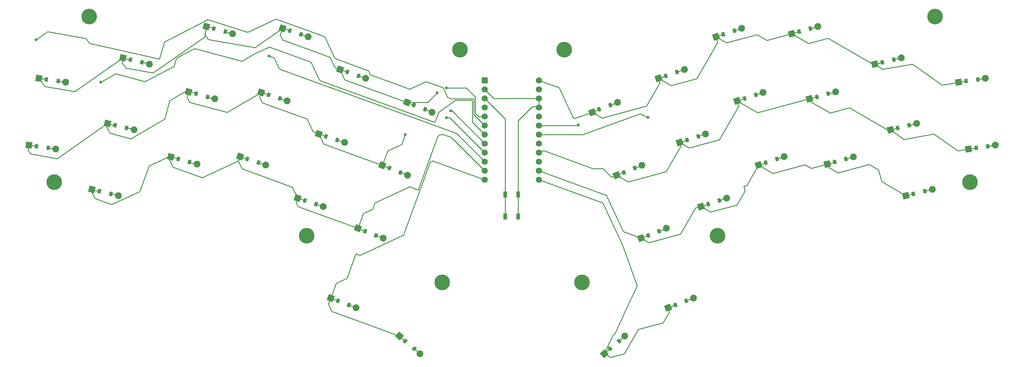
<source format=gbr>
%TF.GenerationSoftware,KiCad,Pcbnew,8.0.2-1*%
%TF.CreationDate,2024-07-02T10:22:07-04:00*%
%TF.ProjectId,thesplit,74686573-706c-4697-942e-6b696361645f,rev?*%
%TF.SameCoordinates,Original*%
%TF.FileFunction,Copper,L1,Top*%
%TF.FilePolarity,Positive*%
%FSLAX46Y46*%
G04 Gerber Fmt 4.6, Leading zero omitted, Abs format (unit mm)*
G04 Created by KiCad (PCBNEW 8.0.2-1) date 2024-07-02 10:22:07*
%MOMM*%
%LPD*%
G01*
G04 APERTURE LIST*
G04 Aperture macros list*
%AMRotRect*
0 Rectangle, with rotation*
0 The origin of the aperture is its center*
0 $1 length*
0 $2 width*
0 $3 Rotation angle, in degrees counterclockwise*
0 Add horizontal line*
21,1,$1,$2,0,0,$3*%
G04 Aperture macros list end*
%TA.AperFunction,ComponentPad*%
%ADD10C,1.905000*%
%TD*%
%TA.AperFunction,ComponentPad*%
%ADD11RotRect,1.778000X1.778000X351.500000*%
%TD*%
%TA.AperFunction,SMDPad,CuDef*%
%ADD12RotRect,0.900000X1.200000X351.500000*%
%TD*%
%TA.AperFunction,ComponentPad*%
%ADD13RotRect,1.778000X1.778000X346.750000*%
%TD*%
%TA.AperFunction,SMDPad,CuDef*%
%ADD14RotRect,0.900000X1.200000X346.750000*%
%TD*%
%TA.AperFunction,ComponentPad*%
%ADD15RotRect,1.778000X1.778000X344.750000*%
%TD*%
%TA.AperFunction,SMDPad,CuDef*%
%ADD16RotRect,0.900000X1.200000X344.750000*%
%TD*%
%TA.AperFunction,ComponentPad*%
%ADD17RotRect,1.778000X1.778000X341.750000*%
%TD*%
%TA.AperFunction,SMDPad,CuDef*%
%ADD18RotRect,0.900000X1.200000X341.750000*%
%TD*%
%TA.AperFunction,ComponentPad*%
%ADD19RotRect,1.778000X1.778000X338.750000*%
%TD*%
%TA.AperFunction,SMDPad,CuDef*%
%ADD20RotRect,0.900000X1.200000X338.750000*%
%TD*%
%TA.AperFunction,ComponentPad*%
%ADD21RotRect,1.778000X1.778000X318.750000*%
%TD*%
%TA.AperFunction,SMDPad,CuDef*%
%ADD22RotRect,0.900000X1.200000X318.750000*%
%TD*%
%TA.AperFunction,ComponentPad*%
%ADD23RotRect,1.778000X1.778000X8.500000*%
%TD*%
%TA.AperFunction,SMDPad,CuDef*%
%ADD24RotRect,0.900000X1.200000X8.500000*%
%TD*%
%TA.AperFunction,ComponentPad*%
%ADD25RotRect,1.778000X1.778000X13.250000*%
%TD*%
%TA.AperFunction,SMDPad,CuDef*%
%ADD26RotRect,0.900000X1.200000X13.250000*%
%TD*%
%TA.AperFunction,ComponentPad*%
%ADD27RotRect,1.778000X1.778000X15.250000*%
%TD*%
%TA.AperFunction,SMDPad,CuDef*%
%ADD28RotRect,0.900000X1.200000X15.250000*%
%TD*%
%TA.AperFunction,ComponentPad*%
%ADD29RotRect,1.778000X1.778000X18.250000*%
%TD*%
%TA.AperFunction,SMDPad,CuDef*%
%ADD30RotRect,0.900000X1.200000X18.250000*%
%TD*%
%TA.AperFunction,ComponentPad*%
%ADD31RotRect,1.778000X1.778000X21.250000*%
%TD*%
%TA.AperFunction,SMDPad,CuDef*%
%ADD32RotRect,0.900000X1.200000X21.250000*%
%TD*%
%TA.AperFunction,ComponentPad*%
%ADD33RotRect,1.778000X1.778000X41.250000*%
%TD*%
%TA.AperFunction,SMDPad,CuDef*%
%ADD34RotRect,0.900000X1.200000X41.250000*%
%TD*%
%TA.AperFunction,SMDPad,CuDef*%
%ADD35R,1.100000X1.800000*%
%TD*%
%TA.AperFunction,ComponentPad*%
%ADD36C,0.700000*%
%TD*%
%TA.AperFunction,ComponentPad*%
%ADD37C,4.400000*%
%TD*%
%TA.AperFunction,ComponentPad*%
%ADD38C,1.752600*%
%TD*%
%TA.AperFunction,ComponentPad*%
%ADD39R,1.752600X1.752600*%
%TD*%
%TA.AperFunction,ViaPad*%
%ADD40C,0.800000*%
%TD*%
%TA.AperFunction,Conductor*%
%ADD41C,0.250000*%
%TD*%
G04 APERTURE END LIST*
D10*
%TO.P,D1,2*%
%TO.N,outer_home*%
X213943144Y-211616778D03*
D11*
%TO.P,D1,1*%
%TO.N,P15*%
X206406842Y-210490480D03*
D12*
%TO.P,D1,2*%
%TO.N,outer_home*%
X211806871Y-211297514D03*
%TO.P,D1,1*%
%TO.N,P15*%
X208543115Y-210809744D03*
%TD*%
D10*
%TO.P,D2,2*%
%TO.N,outer_top*%
X216751497Y-192825470D03*
D11*
%TO.P,D2,1*%
%TO.N,P21*%
X209215195Y-191699172D03*
D12*
%TO.P,D2,2*%
%TO.N,outer_top*%
X214615224Y-192506206D03*
%TO.P,D2,1*%
%TO.N,P21*%
X211351468Y-192018436D03*
%TD*%
D10*
%TO.P,D3,2*%
%TO.N,pinky_bottom*%
X231583801Y-224697417D03*
D13*
%TO.P,D3,1*%
%TO.N,P16*%
X224166657Y-222950923D03*
D14*
%TO.P,D3,2*%
%TO.N,pinky_bottom*%
X229481306Y-224202354D03*
%TO.P,D3,1*%
%TO.N,P16*%
X226269152Y-223445986D03*
%TD*%
D10*
%TO.P,D4,2*%
%TO.N,pinky_home*%
X235938599Y-206203222D03*
D13*
%TO.P,D4,1*%
%TO.N,P15*%
X228521455Y-204456728D03*
D14*
%TO.P,D4,2*%
%TO.N,pinky_home*%
X233836104Y-205708159D03*
%TO.P,D4,1*%
%TO.N,P15*%
X230623950Y-204951791D03*
%TD*%
D10*
%TO.P,D5,2*%
%TO.N,pinky_top*%
X240293406Y-187709013D03*
D13*
%TO.P,D5,1*%
%TO.N,P21*%
X232876262Y-185962519D03*
D14*
%TO.P,D5,2*%
%TO.N,pinky_top*%
X238190911Y-187213950D03*
%TO.P,D5,1*%
%TO.N,P21*%
X234978757Y-186457582D03*
%TD*%
D10*
%TO.P,D6,2*%
%TO.N,ring_bottom*%
X253681900Y-215836750D03*
D15*
%TO.P,D6,1*%
%TO.N,P16*%
X246330220Y-213832446D03*
D16*
%TO.P,D6,2*%
%TO.N,ring_bottom*%
X251597957Y-215268600D03*
%TO.P,D6,1*%
%TO.N,P16*%
X248414163Y-214400596D03*
%TD*%
D10*
%TO.P,D7,2*%
%TO.N,ring_home*%
X258679479Y-197505791D03*
D15*
%TO.P,D7,1*%
%TO.N,P15*%
X251327799Y-195501487D03*
D16*
%TO.P,D7,2*%
%TO.N,ring_home*%
X256595536Y-196937641D03*
%TO.P,D7,1*%
%TO.N,P15*%
X253411742Y-196069637D03*
%TD*%
D10*
%TO.P,D8,2*%
%TO.N,ring_top*%
X263677107Y-179174823D03*
D15*
%TO.P,D8,1*%
%TO.N,P21*%
X256325427Y-177170519D03*
D16*
%TO.P,D8,2*%
%TO.N,ring_top*%
X261593164Y-178606673D03*
%TO.P,D8,1*%
%TO.N,P21*%
X258409370Y-177738669D03*
%TD*%
D10*
%TO.P,D9,2*%
%TO.N,middle_bottom*%
X273019881Y-216125958D03*
D17*
%TO.P,D9,1*%
%TO.N,P16*%
X265783169Y-213739662D03*
D18*
%TO.P,D9,2*%
%TO.N,middle_bottom*%
X270968522Y-215449530D03*
%TO.P,D9,1*%
%TO.N,P16*%
X267834528Y-214416090D03*
%TD*%
D10*
%TO.P,D10,2*%
%TO.N,middle_home*%
X278970003Y-198081658D03*
D17*
%TO.P,D10,1*%
%TO.N,P15*%
X271733291Y-195695362D03*
D18*
%TO.P,D10,2*%
%TO.N,middle_home*%
X276918644Y-197405230D03*
%TO.P,D10,1*%
%TO.N,P15*%
X273784650Y-196371790D03*
%TD*%
D10*
%TO.P,D11,2*%
%TO.N,middle_top*%
X284920094Y-180037389D03*
D17*
%TO.P,D11,1*%
%TO.N,P21*%
X277683382Y-177651093D03*
D18*
%TO.P,D11,2*%
%TO.N,middle_top*%
X282868735Y-179360961D03*
%TO.P,D11,1*%
%TO.N,P21*%
X279734741Y-178327521D03*
%TD*%
D10*
%TO.P,D12,2*%
%TO.N,index_bottom*%
X289185186Y-227774264D03*
D17*
%TO.P,D12,1*%
%TO.N,P16*%
X281948474Y-225387968D03*
D18*
%TO.P,D12,2*%
%TO.N,index_bottom*%
X287133827Y-227097836D03*
%TO.P,D12,1*%
%TO.N,P16*%
X283999833Y-226064396D03*
%TD*%
D10*
%TO.P,D13,2*%
%TO.N,index_home*%
X295135292Y-209729982D03*
D17*
%TO.P,D13,1*%
%TO.N,P15*%
X287898580Y-207343686D03*
D18*
%TO.P,D13,2*%
%TO.N,index_home*%
X293083933Y-209053554D03*
%TO.P,D13,1*%
%TO.N,P15*%
X289949939Y-208020114D03*
%TD*%
D10*
%TO.P,D14,2*%
%TO.N,index_top*%
X301085403Y-191685691D03*
D17*
%TO.P,D14,1*%
%TO.N,P21*%
X293848691Y-189299395D03*
D18*
%TO.P,D14,2*%
%TO.N,index_top*%
X299034044Y-191009263D03*
%TO.P,D14,1*%
%TO.N,P21*%
X295900050Y-189975823D03*
%TD*%
D10*
%TO.P,D15,2*%
%TO.N,inner_bottom*%
X305976178Y-236672759D03*
D19*
%TO.P,D15,1*%
%TO.N,P16*%
X298874286Y-233910979D03*
D20*
%TO.P,D15,2*%
%TO.N,inner_bottom*%
X303963046Y-235889893D03*
%TO.P,D15,1*%
%TO.N,P16*%
X300887418Y-234693845D03*
%TD*%
D10*
%TO.P,D16,2*%
%TO.N,inner_home*%
X312862523Y-218964608D03*
D19*
%TO.P,D16,1*%
%TO.N,P15*%
X305760631Y-216202828D03*
D20*
%TO.P,D16,2*%
%TO.N,inner_home*%
X310849391Y-218181742D03*
%TO.P,D16,1*%
%TO.N,P15*%
X307773763Y-216985694D03*
%TD*%
D10*
%TO.P,D17,2*%
%TO.N,inner_top*%
X319748818Y-201256457D03*
D19*
%TO.P,D17,1*%
%TO.N,P21*%
X312646926Y-198494677D03*
D20*
%TO.P,D17,2*%
%TO.N,inner_top*%
X317735686Y-200473591D03*
%TO.P,D17,1*%
%TO.N,P21*%
X314660058Y-199277543D03*
%TD*%
D10*
%TO.P,D18,2*%
%TO.N,near_thumb*%
X298364995Y-256244922D03*
D19*
%TO.P,D18,1*%
%TO.N,P10*%
X291263103Y-253483142D03*
D20*
%TO.P,D18,2*%
%TO.N,near_thumb*%
X296351863Y-255462056D03*
%TO.P,D18,1*%
%TO.N,P10*%
X293276235Y-254266008D03*
%TD*%
D10*
%TO.P,D19,2*%
%TO.N,home_thumb*%
X316321361Y-269196685D03*
D21*
%TO.P,D19,1*%
%TO.N,P10*%
X310592341Y-264172469D03*
D22*
%TO.P,D19,2*%
%TO.N,home_thumb*%
X314697384Y-267772496D03*
%TO.P,D19,1*%
%TO.N,P10*%
X312216318Y-265596658D03*
%TD*%
D10*
%TO.P,D20,2*%
%TO.N,mirror_outer_home*%
X478068027Y-210490464D03*
D23*
%TO.P,D20,1*%
%TO.N,P6*%
X470531727Y-211616776D03*
D24*
%TO.P,D20,2*%
%TO.N,mirror_outer_home*%
X475931754Y-210809736D03*
%TO.P,D20,1*%
%TO.N,P6*%
X472668000Y-211297504D03*
%TD*%
D10*
%TO.P,D21,2*%
%TO.N,mirror_outer_top*%
X475259652Y-191699172D03*
D23*
%TO.P,D21,1*%
%TO.N,P1*%
X467723352Y-192825484D03*
D24*
%TO.P,D21,2*%
%TO.N,mirror_outer_top*%
X473123379Y-192018444D03*
%TO.P,D21,1*%
%TO.N,P1*%
X469859625Y-192506212D03*
%TD*%
D10*
%TO.P,D22,2*%
%TO.N,mirror_pinky_bottom*%
X460308193Y-222950927D03*
D25*
%TO.P,D22,1*%
%TO.N,P8*%
X452891041Y-224697435D03*
D26*
%TO.P,D22,2*%
%TO.N,mirror_pinky_bottom*%
X458205697Y-223445998D03*
%TO.P,D22,1*%
%TO.N,P8*%
X454993537Y-224202364D03*
%TD*%
D10*
%TO.P,D23,2*%
%TO.N,mirror_pinky_home*%
X455953401Y-204456703D03*
D25*
%TO.P,D23,1*%
%TO.N,P6*%
X448536249Y-206203211D03*
D26*
%TO.P,D23,2*%
%TO.N,mirror_pinky_home*%
X453850905Y-204951774D03*
%TO.P,D23,1*%
%TO.N,P6*%
X450638745Y-205708140D03*
%TD*%
D10*
%TO.P,D24,2*%
%TO.N,mirror_pinky_top*%
X451598589Y-185962514D03*
D25*
%TO.P,D24,1*%
%TO.N,P1*%
X444181437Y-187709022D03*
D26*
%TO.P,D24,2*%
%TO.N,mirror_pinky_top*%
X449496093Y-186457585D03*
%TO.P,D24,1*%
%TO.N,P1*%
X446283933Y-187213951D03*
%TD*%
D10*
%TO.P,D25,2*%
%TO.N,mirror_ring_bottom*%
X438144645Y-213832436D03*
D27*
%TO.P,D25,1*%
%TO.N,P8*%
X430792965Y-215836742D03*
D28*
%TO.P,D25,2*%
%TO.N,mirror_ring_bottom*%
X436060702Y-214400587D03*
%TO.P,D25,1*%
%TO.N,P8*%
X432876908Y-215268591D03*
%TD*%
D10*
%TO.P,D26,2*%
%TO.N,mirror_ring_home*%
X433147040Y-195501474D03*
D27*
%TO.P,D26,1*%
%TO.N,P6*%
X425795360Y-197505780D03*
D28*
%TO.P,D26,2*%
%TO.N,mirror_ring_home*%
X431063097Y-196069625D03*
%TO.P,D26,1*%
%TO.N,P6*%
X427879303Y-196937629D03*
%TD*%
D10*
%TO.P,D27,2*%
%TO.N,mirror_ring_top*%
X428149452Y-177170529D03*
D27*
%TO.P,D27,1*%
%TO.N,P1*%
X420797772Y-179174835D03*
D28*
%TO.P,D27,2*%
%TO.N,mirror_ring_top*%
X426065509Y-177738680D03*
%TO.P,D27,1*%
%TO.N,P1*%
X422881715Y-178606684D03*
%TD*%
D10*
%TO.P,D28,2*%
%TO.N,mirror_middle_bottom*%
X418691700Y-213739654D03*
D29*
%TO.P,D28,1*%
%TO.N,P8*%
X411454996Y-216125942D03*
D30*
%TO.P,D28,2*%
%TO.N,mirror_middle_bottom*%
X416640346Y-214416080D03*
%TO.P,D28,1*%
%TO.N,P8*%
X413506350Y-215449516D03*
%TD*%
D10*
%TO.P,D29,2*%
%TO.N,mirror_middle_home*%
X412741586Y-195695379D03*
D29*
%TO.P,D29,1*%
%TO.N,P6*%
X405504882Y-198081667D03*
D30*
%TO.P,D29,2*%
%TO.N,mirror_middle_home*%
X410690232Y-196371805D03*
%TO.P,D29,1*%
%TO.N,P6*%
X407556236Y-197405241D03*
%TD*%
D10*
%TO.P,D30,2*%
%TO.N,mirror_middle_top*%
X406791466Y-177651102D03*
D29*
%TO.P,D30,1*%
%TO.N,P1*%
X399554762Y-180037390D03*
D30*
%TO.P,D30,2*%
%TO.N,mirror_middle_top*%
X404740112Y-178327528D03*
%TO.P,D30,1*%
%TO.N,P1*%
X401606116Y-179360964D03*
%TD*%
D10*
%TO.P,D31,2*%
%TO.N,mirror_index_bottom*%
X402526384Y-225387957D03*
D29*
%TO.P,D31,1*%
%TO.N,P8*%
X395289680Y-227774245D03*
D30*
%TO.P,D31,2*%
%TO.N,mirror_index_bottom*%
X400475030Y-226064383D03*
%TO.P,D31,1*%
%TO.N,P8*%
X397341034Y-227097819D03*
%TD*%
D10*
%TO.P,D32,2*%
%TO.N,mirror_index_home*%
X396576275Y-207343686D03*
D29*
%TO.P,D32,1*%
%TO.N,P6*%
X389339571Y-209729974D03*
D30*
%TO.P,D32,2*%
%TO.N,mirror_index_home*%
X394524921Y-208020112D03*
%TO.P,D32,1*%
%TO.N,P6*%
X391390925Y-209053548D03*
%TD*%
D10*
%TO.P,D33,2*%
%TO.N,mirror_index_top*%
X390626174Y-189299399D03*
D29*
%TO.P,D33,1*%
%TO.N,P1*%
X383389470Y-191685687D03*
D30*
%TO.P,D33,2*%
%TO.N,mirror_index_top*%
X388574820Y-189975825D03*
%TO.P,D33,1*%
%TO.N,P1*%
X385440824Y-191009261D03*
%TD*%
D10*
%TO.P,D34,2*%
%TO.N,mirror_inner_bottom*%
X385600568Y-233910960D03*
D31*
%TO.P,D34,1*%
%TO.N,P8*%
X378498670Y-236672742D03*
D32*
%TO.P,D34,2*%
%TO.N,mirror_inner_bottom*%
X383587434Y-234693827D03*
%TO.P,D34,1*%
%TO.N,P8*%
X380511804Y-235889875D03*
%TD*%
D10*
%TO.P,D35,2*%
%TO.N,mirror_inner_home*%
X378714246Y-216202834D03*
D31*
%TO.P,D35,1*%
%TO.N,P6*%
X371612348Y-218964616D03*
D32*
%TO.P,D35,2*%
%TO.N,mirror_inner_home*%
X376701112Y-216985701D03*
%TO.P,D35,1*%
%TO.N,P6*%
X373625482Y-218181749D03*
%TD*%
D10*
%TO.P,D36,2*%
%TO.N,mirror_inner_top*%
X371827924Y-198494669D03*
D31*
%TO.P,D36,1*%
%TO.N,P1*%
X364726026Y-201256451D03*
D32*
%TO.P,D36,2*%
%TO.N,mirror_inner_top*%
X369814790Y-199277536D03*
%TO.P,D36,1*%
%TO.N,P1*%
X366739160Y-200473584D03*
%TD*%
D10*
%TO.P,D37,2*%
%TO.N,mirror_near_thumb*%
X393211777Y-253483133D03*
D31*
%TO.P,D37,1*%
%TO.N,P9*%
X386109879Y-256244915D03*
D32*
%TO.P,D37,2*%
%TO.N,mirror_near_thumb*%
X391198643Y-254266000D03*
%TO.P,D37,1*%
%TO.N,P9*%
X388123013Y-255462048D03*
%TD*%
D10*
%TO.P,D38,2*%
%TO.N,mirror_home_thumb*%
X373882504Y-264172459D03*
D33*
%TO.P,D38,1*%
%TO.N,P9*%
X368153482Y-269196677D03*
D34*
%TO.P,D38,2*%
%TO.N,mirror_home_thumb*%
X372258526Y-265596651D03*
%TO.P,D38,1*%
%TO.N,P9*%
X369777460Y-267772485D03*
%TD*%
D35*
%TO.P,B1,2*%
%TO.N,RST*%
X340253219Y-230563125D03*
X340253215Y-224363118D03*
%TO.P,B1,1*%
%TO.N,GND*%
X343953219Y-230563120D03*
X343953215Y-224363113D03*
%TD*%
D36*
%TO.P,_1,1*%
%TO.N,N/C*%
X223589102Y-172715252D03*
X224977095Y-174591015D03*
X222018853Y-175328588D03*
X222363759Y-173020766D03*
X221713339Y-174103245D03*
X224671581Y-173365672D03*
X223101332Y-175979008D03*
D37*
X223345217Y-174347130D03*
D36*
X224326675Y-175673494D03*
%TD*%
%TO.P,_2,1*%
%TO.N,N/C*%
X460885763Y-172715233D03*
X462761524Y-174103226D03*
X460148193Y-175673475D03*
X459803282Y-173365656D03*
X459497770Y-174590994D03*
X462111101Y-173020745D03*
X461373531Y-175978987D03*
D37*
X461129647Y-174347110D03*
D36*
X462456012Y-175328564D03*
%TD*%
%TO.P,_3,1*%
%TO.N,N/C*%
X213749449Y-219272223D03*
X215137442Y-221147986D03*
X212179200Y-221885559D03*
X212524106Y-219577737D03*
X211873686Y-220660216D03*
X214831928Y-219922643D03*
X213261679Y-222535979D03*
D37*
X213505564Y-220904101D03*
D36*
X214487022Y-222230465D03*
%TD*%
%TO.P,_4,1*%
%TO.N,N/C*%
X470725399Y-219272228D03*
X472601160Y-220660221D03*
X469987829Y-222230470D03*
X469642918Y-219922651D03*
X469337406Y-221147989D03*
X471950737Y-219577740D03*
X471213167Y-222535982D03*
D37*
X470969283Y-220904105D03*
D36*
X472295648Y-221885559D03*
%TD*%
%TO.P,_5,1*%
%TO.N,N/C*%
X284991203Y-234393842D03*
X286041480Y-236477559D03*
X283001068Y-236703501D03*
X283731821Y-234487424D03*
X282907486Y-235444119D03*
X285947898Y-235218177D03*
X283957763Y-237527836D03*
D37*
X284474483Y-235960839D03*
D36*
X285217145Y-237434254D03*
%TD*%
%TO.P,_6,1*%
%TO.N,N/C*%
X399483663Y-234393854D03*
X401567379Y-235444134D03*
X399257721Y-237434270D03*
X398526963Y-235218192D03*
X398433383Y-236477570D03*
X400743041Y-234487434D03*
X400517099Y-237527850D03*
D37*
X400000381Y-235960852D03*
D36*
X401473799Y-236703512D03*
%TD*%
%TO.P,_7,1*%
%TO.N,N/C*%
X328199875Y-182118198D03*
X329139665Y-184254036D03*
X326091590Y-184320541D03*
X326937322Y-182145751D03*
X326064037Y-183057988D03*
X329112112Y-182991483D03*
X327003827Y-185193826D03*
D37*
X327601851Y-183656012D03*
D36*
X328266380Y-185166273D03*
%TD*%
%TO.P,_8,1*%
%TO.N,N/C*%
X356274980Y-182118174D03*
X358410819Y-183057965D03*
X356208468Y-185166246D03*
X355362747Y-182991453D03*
X355335189Y-184254013D03*
X357537540Y-182145732D03*
X357471028Y-185193804D03*
D37*
X356873004Y-183655989D03*
D36*
X358383261Y-184320525D03*
%TD*%
%TO.P,_9,1*%
%TO.N,N/C*%
X323665949Y-247839223D03*
X323818563Y-250167675D03*
X320931567Y-249187670D03*
X322470116Y-247433293D03*
X321337497Y-247991837D03*
X324224493Y-248971842D03*
X321490111Y-250320289D03*
D37*
X322578030Y-249079756D03*
D36*
X322685944Y-250726219D03*
%TD*%
%TO.P,_10,1*%
%TO.N,N/C*%
X360808925Y-247839228D03*
X363137375Y-247991844D03*
X361788926Y-250726229D03*
X360250374Y-248971845D03*
X360656309Y-250167678D03*
X362004758Y-247433293D03*
X362984759Y-250320294D03*
D37*
X361896842Y-249079761D03*
D36*
X363543310Y-249187677D03*
%TD*%
D38*
%TO.P,MCU1,24*%
%TO.N,P9*%
X349792835Y-220263233D03*
%TO.P,MCU1,23*%
%TO.N,P8*%
X349792827Y-217723234D03*
%TO.P,MCU1,22*%
%TO.N,P7*%
X349792828Y-215183233D03*
%TO.P,MCU1,21*%
%TO.N,P6*%
X349792828Y-212643233D03*
%TO.P,MCU1,20*%
%TO.N,P5*%
X349792835Y-210103237D03*
%TO.P,MCU1,19*%
%TO.N,P4*%
X349792837Y-207563228D03*
%TO.P,MCU1,18*%
%TO.N,P3*%
X349792830Y-205023233D03*
%TO.P,MCU1,17*%
%TO.N,P2*%
X349792830Y-202483236D03*
%TO.P,MCU1,16*%
%TO.N,GND*%
X349792830Y-199943232D03*
%TO.P,MCU1,15*%
X349792832Y-197403234D03*
%TO.P,MCU1,14*%
%TO.N,P0*%
X349792827Y-194863237D03*
%TO.P,MCU1,13*%
%TO.N,P1*%
X349792831Y-192323235D03*
%TO.P,MCU1,12*%
%TO.N,P10*%
X334552829Y-220263233D03*
%TO.P,MCU1,11*%
%TO.N,P16*%
X334552833Y-217723231D03*
%TO.P,MCU1,10*%
%TO.N,P14*%
X334552828Y-215183234D03*
%TO.P,MCU1,9*%
%TO.N,P15*%
X334552830Y-212643236D03*
%TO.P,MCU1,8*%
%TO.N,P18*%
X334552830Y-210103232D03*
%TO.P,MCU1,7*%
%TO.N,P19*%
X334552830Y-207563235D03*
%TO.P,MCU1,6*%
%TO.N,P20*%
X334552823Y-205023240D03*
%TO.P,MCU1,5*%
%TO.N,P21*%
X334552825Y-202483231D03*
%TO.P,MCU1,4*%
%TO.N,VCC*%
X334552832Y-199943235D03*
%TO.P,MCU1,3*%
%TO.N,RST*%
X334552832Y-197403235D03*
%TO.P,MCU1,2*%
%TO.N,GND*%
X334552833Y-194863234D03*
D39*
%TO.P,MCU1,1*%
%TO.N,RAW*%
X334552825Y-192323235D03*
%TD*%
D40*
%TO.N,P21*%
X321194321Y-195823112D03*
X323794324Y-194423113D03*
%TO.N,P15*%
X312209182Y-207591671D03*
X323777709Y-202773551D03*
%TO.N,P3*%
X360867199Y-204851086D03*
%TO.N,P4*%
X380430537Y-202696637D03*
%TO.N,P18*%
X324955895Y-200895069D03*
%TO.N,P14*%
X273884964Y-185431352D03*
%TO.N,P19*%
X226611772Y-192847469D03*
%TO.N,P20*%
X208478225Y-180852626D03*
%TD*%
D41*
%TO.N,GND*%
X349792829Y-197403233D02*
X349792832Y-199943231D01*
X349792832Y-199943231D02*
X349792828Y-199943233D01*
X334552835Y-194863236D02*
X337092830Y-197403233D01*
X337092830Y-197403233D02*
X349792829Y-197403233D01*
%TO.N,P16*%
X325141650Y-208312050D02*
X325141650Y-208312050D01*
X325141650Y-208312050D02*
X334552833Y-217723233D01*
X322941777Y-207511360D02*
X321877607Y-207511359D01*
X321877607Y-207511359D02*
X321326345Y-208062619D01*
%TO.N,P14*%
X326619774Y-207179286D02*
X326619774Y-207250180D01*
X326619774Y-207250180D02*
X334552825Y-215183233D01*
%TO.N,P15*%
X324683150Y-202773556D02*
X324683152Y-202773558D01*
X324683152Y-202773558D02*
X334552830Y-212643236D01*
%TO.N,GND*%
X347678620Y-199943238D02*
X348348806Y-199556308D01*
X348348806Y-199556308D02*
X349792830Y-199943231D01*
%TO.N,P19*%
X239035252Y-192656396D02*
X231548648Y-190650368D01*
X288096345Y-192337761D02*
X285668452Y-187131144D01*
X334552837Y-207563231D02*
X331043666Y-204054065D01*
X331043666Y-204054065D02*
X331043666Y-198132014D01*
X247160811Y-188426503D02*
X239035252Y-192656396D01*
X331043661Y-198032012D02*
X330943659Y-197932027D01*
X330943659Y-197932027D02*
X326343667Y-197932019D01*
X331043666Y-198132014D02*
X331043661Y-198032012D01*
X326343667Y-197932019D02*
X321662794Y-201209588D01*
X321662794Y-201209588D02*
X320458647Y-204116684D01*
X320458647Y-204116684D02*
X288096345Y-192337761D01*
X285668452Y-187131144D02*
X274016264Y-182890092D01*
X274016264Y-182890092D02*
X269914786Y-184802646D01*
X254514655Y-183759610D02*
X253037171Y-183293761D01*
X269914786Y-184802646D02*
X266267053Y-186908660D01*
X266267053Y-186908660D02*
X254514655Y-183759610D01*
X253037171Y-183293761D02*
X249122433Y-185331642D01*
X249122433Y-185331642D02*
X247857309Y-186217495D01*
X247857309Y-186217495D02*
X247160811Y-188426503D01*
%TO.N,P21*%
X331943664Y-197032019D02*
X329334752Y-194423115D01*
X318522750Y-198494678D02*
X312646929Y-198494675D01*
X329334752Y-194423115D02*
X323794324Y-194423113D01*
X321194321Y-195823112D02*
X318522750Y-198494678D01*
%TO.N,P6*%
X364944948Y-217078239D02*
X367717368Y-217078241D01*
X367717368Y-217078241D02*
X370139730Y-219500604D01*
%TO.N,P1*%
X349792825Y-192323235D02*
X355421358Y-194371849D01*
X355421358Y-194371849D02*
X359331723Y-202757652D01*
%TO.N,P6*%
X349792826Y-212643234D02*
X351093490Y-212036723D01*
X351093490Y-212036723D02*
X364944948Y-217078239D01*
%TO.N,P9*%
X349792833Y-220263231D02*
X367724718Y-226789904D01*
X367724718Y-226789904D02*
X373217044Y-238568235D01*
%TO.N,P8*%
X368541141Y-224547063D02*
X368625979Y-224507498D01*
X368625979Y-224507498D02*
X373440193Y-234831608D01*
X349792827Y-217723233D02*
X368541141Y-224547063D01*
X373440193Y-234831608D02*
X378498665Y-236672741D01*
%TO.N,P10*%
X299437903Y-241466541D02*
X298324553Y-241061313D01*
X311761820Y-235719801D02*
X299437903Y-241466541D01*
X311961832Y-235170264D02*
X311761820Y-235719801D01*
X320020774Y-214973998D02*
X319981689Y-214890179D01*
X334552825Y-220263229D02*
X320020774Y-214973998D01*
X319981689Y-214890179D02*
X319195053Y-215256992D01*
X319195053Y-215256992D02*
X311953622Y-235152656D01*
X311953622Y-235152656D02*
X311961832Y-235170264D01*
X298324553Y-241061313D02*
X295809628Y-247970992D01*
X295809628Y-247970992D02*
X292750089Y-249397682D01*
X292750089Y-249397682D02*
X291263105Y-253483142D01*
%TO.N,P15*%
X312209182Y-207591671D02*
X311239469Y-210255950D01*
X311239469Y-210255950D02*
X307247614Y-212117379D01*
X307247614Y-212117379D02*
X305760636Y-216202834D01*
X324683150Y-202773556D02*
X323777709Y-202773551D01*
%TO.N,P18*%
X334552826Y-210103230D02*
X325344663Y-200895069D01*
X325344663Y-200895069D02*
X324955895Y-200895069D01*
%TO.N,P16*%
X321326345Y-208062619D02*
X315854018Y-223097707D01*
X303634628Y-226795097D02*
X303011505Y-228507143D01*
X325141650Y-208312050D02*
X322941777Y-207511360D01*
X315854018Y-223097707D02*
X313444471Y-222220704D01*
X313444471Y-222220704D02*
X303634628Y-226795097D01*
X303011505Y-228507143D02*
X300397455Y-229726093D01*
X300397455Y-229726093D02*
X298874286Y-233910974D01*
%TO.N,P3*%
X360695072Y-205023232D02*
X360867199Y-204851086D01*
X349792838Y-205023234D02*
X360695072Y-205023232D01*
%TO.N,P4*%
X378232576Y-201671716D02*
X380430537Y-202696637D01*
X362045775Y-207563229D02*
X378232576Y-201671716D01*
X349792839Y-207563221D02*
X362045775Y-207563229D01*
%TO.N,P20*%
X326343661Y-197482018D02*
X325346807Y-197482016D01*
X322850116Y-194382064D02*
X324047354Y-196949575D01*
X325346807Y-197482016D02*
X324080765Y-197021210D01*
X324080765Y-197021210D02*
X324047354Y-196949575D01*
X301829931Y-189591293D02*
X302347618Y-190701473D01*
X302347618Y-190701473D02*
X313432786Y-194736150D01*
X317987535Y-192612235D02*
X322850116Y-194382064D01*
X313432786Y-194736150D02*
X317987535Y-192612235D01*
%TO.N,P14*%
X276822891Y-189054699D02*
X326619774Y-207179286D01*
X273884964Y-185431352D02*
X275388469Y-185978591D01*
X275388469Y-185978591D02*
X276822891Y-189054699D01*
%TO.N,P19*%
X230775915Y-190443318D02*
X226611772Y-192847469D01*
X231548648Y-190650368D02*
X230775915Y-190443318D01*
%TO.N,P20*%
X211705043Y-178593186D02*
X208478225Y-180852626D01*
X222540518Y-180503766D02*
X211705043Y-178593186D01*
X223431941Y-181903037D02*
X222540518Y-180503766D01*
X229927915Y-183343143D02*
X223431941Y-181903037D01*
X243072474Y-186257229D02*
X229927915Y-183343143D01*
X244570141Y-181507239D02*
X243072474Y-186257229D01*
X256691168Y-175197437D02*
X244570141Y-181507239D01*
X267898050Y-178730955D02*
X256691168Y-175197437D01*
X275844663Y-175025384D02*
X267898050Y-178730955D01*
X285241590Y-178445578D02*
X275844663Y-175025384D01*
X292433000Y-186171093D02*
X291715792Y-184633038D01*
X301829931Y-189591293D02*
X292433000Y-186171093D01*
X289564176Y-180018880D02*
X285241590Y-178445578D01*
X291715792Y-184633038D02*
X289564176Y-180018880D01*
%TO.N,P21*%
X334552833Y-202483228D02*
X332794868Y-202483226D01*
X332794868Y-202483226D02*
X331943661Y-201632017D01*
X331943661Y-201632017D02*
X331943664Y-197032019D01*
%TO.N,GND*%
X347678620Y-199943238D02*
X343953216Y-203668635D01*
X343953216Y-203668635D02*
X343953218Y-224363117D01*
%TO.N,RST*%
X334552834Y-197403241D02*
X340266775Y-203117171D01*
X340253214Y-221568635D02*
X340253209Y-224363122D01*
X340266775Y-203117171D02*
X340266773Y-221555079D01*
X340266773Y-221555079D02*
X340253214Y-221568635D01*
%TO.N,P9*%
X377389694Y-250032483D02*
X373217044Y-238568235D01*
X368153489Y-269196677D02*
X370627773Y-263890531D01*
X374520865Y-256184702D02*
X377389694Y-250032483D01*
X370627773Y-263890531D02*
X370988865Y-263759109D01*
X370988865Y-263759109D02*
X374520865Y-256184702D01*
%TO.N,P6*%
X371612352Y-218964620D02*
X370139730Y-219500604D01*
%TO.N,P1*%
X359888363Y-203017219D02*
X359331723Y-202757652D01*
X364726030Y-201256452D02*
X359888363Y-203017219D01*
%TO.N,GND*%
X343953233Y-230563117D02*
X343953220Y-224363114D01*
X343953220Y-224363114D02*
X343953216Y-224363112D01*
%TO.N,RST*%
X340253230Y-230563122D02*
X340253223Y-224363127D01*
X340253223Y-224363127D02*
X340253217Y-224363126D01*
%TO.N,P9*%
X386109862Y-256244923D02*
X386420991Y-257406050D01*
X373759898Y-269153395D02*
X369879439Y-270193153D01*
X386420991Y-257406050D02*
X384674356Y-260431326D01*
X384674356Y-260431326D02*
X377719690Y-262294817D01*
X377719690Y-262294817D02*
X373759898Y-269153395D01*
X369879439Y-270193153D02*
X368153497Y-269196676D01*
%TO.N,P8*%
X393832056Y-228164845D02*
X389591644Y-235509442D01*
X395289697Y-227774279D02*
X393832056Y-228164845D01*
X380638791Y-237908350D02*
X378498671Y-236672747D01*
X389591644Y-235509442D02*
X380638791Y-237908350D01*
X411454987Y-216125959D02*
X408156781Y-221838604D01*
X407315642Y-222063993D02*
X407677979Y-223416286D01*
X408156781Y-221838604D02*
X407315642Y-222063993D01*
X407677979Y-223416286D02*
X405415244Y-227335477D01*
X405415244Y-227335477D02*
X397980263Y-229327664D01*
X397980263Y-229327664D02*
X395289697Y-227774279D01*
X426322866Y-217034493D02*
X424533159Y-216001198D01*
X430792957Y-215836731D02*
X426322866Y-217034493D01*
X424533159Y-216001198D02*
X415453014Y-218434205D01*
X415453014Y-218434205D02*
X411454987Y-216125959D01*
X452891063Y-224697438D02*
X446104866Y-220779432D01*
X446104866Y-220779432D02*
X445225260Y-217496634D01*
X442530823Y-215940992D02*
X433837481Y-218270379D01*
X445225260Y-217496634D02*
X442530823Y-215940992D01*
X433837481Y-218270379D02*
X431007206Y-216636307D01*
X431007206Y-216636307D02*
X430792957Y-215836731D01*
%TO.N,P6*%
X389633997Y-210828770D02*
X385512466Y-217967494D01*
X389339568Y-209729991D02*
X389633997Y-210828770D01*
X374838922Y-220827457D02*
X371612359Y-218964597D01*
X385512466Y-217967494D02*
X374838922Y-220827457D01*
X405912725Y-199603777D02*
X400497677Y-208982874D01*
X405504881Y-198081679D02*
X405912725Y-199603777D01*
X400497677Y-208982874D02*
X391992737Y-211261773D01*
X391992737Y-211261773D02*
X389339568Y-209729991D01*
X425795357Y-197505778D02*
X411255409Y-201401749D01*
X411255409Y-201401749D02*
X405504881Y-198081679D01*
X448536253Y-206203210D02*
X447982994Y-206351460D01*
X447982994Y-206351460D02*
X437023542Y-200024033D01*
X431614376Y-201473427D02*
X425988098Y-198225096D01*
X425988098Y-198225096D02*
X425795357Y-197505778D01*
X437023542Y-200024033D02*
X431614376Y-201473427D01*
X467546090Y-212143235D02*
X460785011Y-207409078D01*
X470531733Y-211616781D02*
X467546090Y-212143235D01*
X460785011Y-207409078D02*
X452375960Y-208891815D01*
X452375960Y-208891815D02*
X448536253Y-206203210D01*
%TO.N,P1*%
X383759052Y-193064994D02*
X380031029Y-199522086D01*
X380031029Y-199522086D02*
X367525749Y-202872873D01*
X383389459Y-191685695D02*
X383759052Y-193064994D01*
X367525749Y-202872873D02*
X364726022Y-201256460D01*
X399554768Y-180037400D02*
X399986017Y-181646790D01*
X399986017Y-181646790D02*
X394115976Y-191813996D01*
X394115976Y-191813996D02*
X386941429Y-193736436D01*
X386941429Y-193736436D02*
X383389459Y-191685695D01*
X413894639Y-181024496D02*
X411081091Y-179400125D01*
X420797774Y-179174821D02*
X413894639Y-181024496D01*
X411081091Y-179400125D02*
X402454553Y-181711581D01*
X402454553Y-181711581D02*
X399554768Y-180037400D01*
X443766892Y-187820104D02*
X431038360Y-180471294D01*
X444181439Y-187709015D02*
X443766892Y-187820104D01*
X431038360Y-180471294D02*
X425577646Y-181934477D01*
X425577646Y-181934477D02*
X420797774Y-179174821D01*
X463172647Y-193627900D02*
X454732255Y-187717852D01*
X454732255Y-187717852D02*
X446313968Y-189202228D01*
X467723349Y-192825485D02*
X463172647Y-193627900D01*
X446313968Y-189202228D02*
X444181442Y-187709019D01*
%TO.N,P10*%
X291263095Y-253483143D02*
X290616729Y-255259012D01*
X290616729Y-255259012D02*
X291539454Y-257237779D01*
X291539454Y-257237779D02*
X310592344Y-264172455D01*
%TO.N,P16*%
X281948481Y-225387964D02*
X281489182Y-226649850D01*
X282013445Y-227774125D02*
X298874299Y-233910966D01*
X281489182Y-226649850D02*
X282013445Y-227774125D01*
X265783166Y-213739663D02*
X265309311Y-215041578D01*
X265309311Y-215041578D02*
X266290631Y-217146005D01*
X266290631Y-217146005D02*
X280520268Y-222325170D01*
X280520268Y-222325170D02*
X281948481Y-225387964D01*
X246330221Y-213832426D02*
X245989247Y-214769256D01*
X246879759Y-216678929D02*
X255149054Y-219688718D01*
X245989247Y-214769256D02*
X246879759Y-216678929D01*
X265349051Y-214932367D02*
X265783166Y-213739663D01*
X255149054Y-219688718D02*
X265349051Y-214932367D01*
X224166655Y-222950934D02*
X223982061Y-223458107D01*
X224937249Y-225506523D02*
X229635709Y-227216614D01*
X223982061Y-223458107D02*
X224937249Y-225506523D01*
X229635709Y-227216614D02*
X237582331Y-223511049D01*
X237582331Y-223511049D02*
X240181679Y-216369382D01*
X240181679Y-216369382D02*
X245932564Y-213687706D01*
X245932564Y-213687706D02*
X246330221Y-213832426D01*
%TO.N,P15*%
X287898571Y-207343672D02*
X289222844Y-210183567D01*
X289222844Y-210183567D02*
X305760615Y-216202831D01*
X271733283Y-195695361D02*
X271255687Y-197007543D01*
X271255687Y-197007543D02*
X271986100Y-198573936D01*
X271986100Y-198573936D02*
X284577990Y-203157020D01*
X284577990Y-203157020D02*
X286250569Y-206743848D01*
X286250569Y-206743848D02*
X287898571Y-207343672D01*
X250890798Y-197132443D02*
X251652207Y-198451250D01*
X251652207Y-198451250D02*
X262107592Y-201252770D01*
X251327819Y-195501465D02*
X250890798Y-197132443D01*
X262107592Y-201252770D02*
X271733290Y-195695363D01*
X228521455Y-204456716D02*
X228256369Y-205446035D01*
X250595746Y-195305325D02*
X251327819Y-195501465D01*
X228256369Y-205446035D02*
X229238040Y-207146315D01*
X229238040Y-207146315D02*
X235033597Y-208699226D01*
X245984218Y-197967793D02*
X250595746Y-195305325D01*
X235033597Y-208699226D02*
X244586594Y-203183796D01*
X244586594Y-203183796D02*
X245984218Y-197967793D01*
X206918845Y-212979440D02*
X214403398Y-214299166D01*
X206406835Y-210490483D02*
X206159247Y-211894618D01*
X228472249Y-204448040D02*
X228521441Y-204456713D01*
X206159247Y-211894618D02*
X206918845Y-212979440D01*
X214403398Y-214299166D02*
X228472249Y-204448040D01*
%TO.N,P21*%
X293848685Y-189299386D02*
X295170356Y-192133720D01*
X295170356Y-192133720D02*
X312646942Y-198494677D01*
X277671930Y-180913000D02*
X291015587Y-185769679D01*
X277683382Y-177651085D02*
X277011590Y-179496869D01*
X277011590Y-179496869D02*
X277671930Y-180913000D01*
X291015587Y-185769679D02*
X292418839Y-188778971D01*
X292418839Y-188778971D02*
X293848685Y-189299386D01*
X255918743Y-179476922D02*
X256824444Y-180770436D01*
X256325425Y-177170519D02*
X255918743Y-179476922D01*
X256824444Y-180770436D02*
X269928602Y-183081050D01*
X269928602Y-183081050D02*
X277683385Y-177651096D01*
X232876259Y-185962512D02*
X232625272Y-187386045D01*
X233665787Y-188872061D02*
X241347301Y-190226507D01*
X232625272Y-187386045D02*
X233665787Y-188872061D01*
X241347301Y-190226507D02*
X255808786Y-180100460D01*
X255808786Y-180100460D02*
X256325425Y-177170519D01*
X209215218Y-191699159D02*
X210813250Y-193981366D01*
X210813250Y-193981366D02*
X219289620Y-195475991D01*
X219289620Y-195475991D02*
X232876259Y-185962512D01*
%TO.N,P6*%
X472668006Y-211297515D02*
X470597244Y-211662642D01*
X470597244Y-211662642D02*
X470531731Y-211616769D01*
%TO.N,mirror_outer_home*%
X475931761Y-210809749D02*
X478002535Y-210444603D01*
X478002535Y-210444603D02*
X478068035Y-210490466D01*
%TO.N,mirror_outer_top*%
X473123390Y-192018437D02*
X475194157Y-191653302D01*
X475194157Y-191653302D02*
X475259671Y-191699169D01*
%TO.N,P1*%
X469859610Y-192506213D02*
X467788858Y-192871333D01*
X467788858Y-192871333D02*
X467723345Y-192825470D01*
%TO.N,mirror_pinky_top*%
X449496107Y-186457585D02*
X451517792Y-185915869D01*
X451517792Y-185915869D02*
X451598599Y-185962517D01*
%TO.N,P1*%
X446283936Y-187213952D02*
X444262236Y-187755669D01*
X444262236Y-187755669D02*
X444181440Y-187709013D01*
%TO.N,mirror_pinky_home*%
X453850899Y-204951803D02*
X455872613Y-204410082D01*
X455872613Y-204410082D02*
X455953403Y-204456732D01*
%TO.N,P6*%
X450638737Y-205708158D02*
X448617034Y-206249872D01*
X448617034Y-206249872D02*
X448536256Y-206203239D01*
%TO.N,mirror_pinky_bottom*%
X458205728Y-223446010D02*
X460227421Y-222904291D01*
X460227421Y-222904291D02*
X460308225Y-222950935D01*
%TO.N,P8*%
X454993560Y-224202354D02*
X452971849Y-224744075D01*
X452971849Y-224744075D02*
X452891066Y-224697423D01*
%TO.N,mirror_ring_bottom*%
X436060700Y-214400594D02*
X438137981Y-213843974D01*
X438137981Y-213843974D02*
X438144634Y-213832431D01*
%TO.N,P8*%
X432876899Y-215268596D02*
X430799631Y-215825179D01*
X430799631Y-215825179D02*
X430792949Y-215836734D01*
%TO.N,mirror_ring_home*%
X431063088Y-196069642D02*
X433140370Y-195513020D01*
X433140370Y-195513020D02*
X433147042Y-195501491D01*
%TO.N,P6*%
X427879294Y-196937622D02*
X425802018Y-197494247D01*
X425802018Y-197494247D02*
X425795365Y-197505787D01*
%TO.N,mirror_ring_top*%
X426065507Y-177738673D02*
X428142797Y-177182045D01*
X428142797Y-177182045D02*
X428149448Y-177170522D01*
%TO.N,P1*%
X422881714Y-178606683D02*
X420804452Y-179163269D01*
X420804452Y-179163269D02*
X420797775Y-179174820D01*
%TO.N,mirror_middle_top*%
X404740128Y-178327522D02*
X406706933Y-177611659D01*
X406706933Y-177611659D02*
X406791479Y-177651085D01*
%TO.N,P1*%
X401606120Y-179360953D02*
X399639315Y-180076825D01*
X399639315Y-180076825D02*
X399554756Y-180037380D01*
%TO.N,mirror_middle_home*%
X410690221Y-196371821D02*
X412657046Y-195655943D01*
X412657046Y-195655943D02*
X412741586Y-195695364D01*
%TO.N,P6*%
X407556234Y-197405233D02*
X405589415Y-198121111D01*
X405589415Y-198121111D02*
X405504887Y-198081685D01*
%TO.N,mirror_middle_bottom*%
X416640338Y-214416082D02*
X418607149Y-213700223D01*
X418607149Y-213700223D02*
X418691689Y-213739656D01*
%TO.N,P8*%
X413506342Y-215449525D02*
X411539538Y-216165383D01*
X411539538Y-216165383D02*
X411454998Y-216125964D01*
%TO.N,mirror_index_bottom*%
X400475039Y-226064383D02*
X402441865Y-225348540D01*
X402441865Y-225348540D02*
X402526401Y-225387964D01*
%TO.N,P8*%
X397341035Y-227097831D02*
X395374226Y-227813703D01*
X395374226Y-227813703D02*
X395289684Y-227774267D01*
%TO.N,mirror_index_home*%
X394524923Y-208020102D02*
X396491742Y-207304252D01*
X396491742Y-207304252D02*
X396576287Y-207343672D01*
%TO.N,P6*%
X391390925Y-209053552D02*
X389424133Y-209769399D01*
X389424133Y-209769399D02*
X389339581Y-209729995D01*
%TO.N,mirror_index_top*%
X388574825Y-189975822D02*
X390541626Y-189259978D01*
X390541626Y-189259978D02*
X390626170Y-189299409D01*
%TO.N,P1*%
X385440818Y-191009268D02*
X383474012Y-191725124D01*
X383474012Y-191725124D02*
X383389491Y-191685703D01*
%TO.N,mirror_near_thumb*%
X391198632Y-254266006D02*
X393183606Y-253543539D01*
X393183606Y-253543539D02*
X393211777Y-253483129D01*
%TO.N,P9*%
X388123015Y-255462053D02*
X386138039Y-256184531D01*
X386138039Y-256184531D02*
X386109867Y-256244923D01*
%TO.N,mirror_inner_bottom*%
X383587435Y-234693842D02*
X385572417Y-233971371D01*
X385572417Y-233971371D02*
X385600571Y-233910984D01*
%TO.N,P8*%
X380511796Y-235889899D02*
X378526831Y-236612358D01*
X378526831Y-236612358D02*
X378498672Y-236672755D01*
%TO.N,mirror_inner_home*%
X376701123Y-216985708D02*
X378686093Y-216263217D01*
X378686093Y-216263217D02*
X378714251Y-216202835D01*
%TO.N,P6*%
X373625496Y-218181723D02*
X371640518Y-218904214D01*
X371640518Y-218904214D02*
X371612346Y-218964604D01*
%TO.N,mirror_inner_top*%
X369814802Y-199277549D02*
X371799764Y-198555066D01*
X371799764Y-198555066D02*
X371827920Y-198494680D01*
%TO.N,P1*%
X366739160Y-200473597D02*
X364754199Y-201196063D01*
X364754199Y-201196063D02*
X364726026Y-201256469D01*
%TO.N,mirror_home_thumb*%
X372258536Y-265596646D02*
X373876709Y-264238842D01*
X373876709Y-264238842D02*
X373882517Y-264172461D01*
%TO.N,P9*%
X369777444Y-267772490D02*
X368159314Y-269130284D01*
X368159314Y-269130284D02*
X368153489Y-269196664D01*
%TO.N,home_thumb*%
X314697394Y-267772508D02*
X316315568Y-269130291D01*
X316315568Y-269130291D02*
X316321369Y-269196690D01*
%TO.N,P10*%
X312216333Y-265596656D02*
X310598164Y-264238851D01*
X310598164Y-264238851D02*
X310592355Y-264172456D01*
%TO.N,near_thumb*%
X296351853Y-255462052D02*
X298336821Y-256184527D01*
X298336821Y-256184527D02*
X298364994Y-256244925D01*
%TO.N,P10*%
X293276237Y-254266004D02*
X291291248Y-253543535D01*
X291291248Y-253543535D02*
X291263099Y-253483135D01*
%TO.N,inner_bottom*%
X303963042Y-235889884D02*
X305948031Y-236612354D01*
X305948031Y-236612354D02*
X305976189Y-236672756D01*
%TO.N,P16*%
X300887417Y-234693846D02*
X298902451Y-233971359D01*
X298902451Y-233971359D02*
X298874298Y-233910969D01*
%TO.N,inner_home*%
X310849382Y-218181738D02*
X312834342Y-218904212D01*
X312834342Y-218904212D02*
X312862534Y-218964593D01*
%TO.N,P15*%
X307773753Y-216985708D02*
X305788782Y-216263213D01*
X305788782Y-216263213D02*
X305760613Y-216202832D01*
%TO.N,inner_top*%
X317735704Y-200473589D02*
X319720671Y-201196063D01*
X319720671Y-201196063D02*
X319748843Y-201256454D01*
%TO.N,P21*%
X314660061Y-199277557D02*
X312675106Y-198555062D01*
X312675106Y-198555062D02*
X312646937Y-198494672D01*
%TO.N,index_top*%
X299034046Y-191009264D02*
X301000869Y-191725121D01*
X301000869Y-191725121D02*
X301085403Y-191685705D01*
%TO.N,P21*%
X295900045Y-189975832D02*
X293933247Y-189259977D01*
X293933247Y-189259977D02*
X293848699Y-189299380D01*
%TO.N,index_home*%
X293083942Y-209053545D02*
X295050748Y-209769411D01*
X295050748Y-209769411D02*
X295135299Y-209729980D01*
%TO.N,P15*%
X289949936Y-208020129D02*
X287983124Y-207304261D01*
X287983124Y-207304261D02*
X287898583Y-207343691D01*
%TO.N,index_bottom*%
X287133816Y-227097816D02*
X289100633Y-227813704D01*
X289100633Y-227813704D02*
X289185170Y-227774257D01*
%TO.N,P16*%
X283999818Y-226064389D02*
X282033024Y-225348538D01*
X282033024Y-225348538D02*
X281948468Y-225387955D01*
%TO.N,middle_bottom*%
X270968515Y-215449528D02*
X272935327Y-216165386D01*
X272935327Y-216165386D02*
X273019869Y-216125962D01*
%TO.N,P16*%
X267834517Y-214416074D02*
X265867704Y-213700234D01*
X265867704Y-213700234D02*
X265783153Y-213739649D01*
%TO.N,middle_home*%
X276918654Y-197405250D02*
X278885432Y-198121101D01*
X278885432Y-198121101D02*
X278970010Y-198081683D01*
%TO.N,P15*%
X273784642Y-196371805D02*
X271817825Y-195655940D01*
X271817825Y-195655940D02*
X271733277Y-195695375D01*
%TO.N,middle_top*%
X282868744Y-179360961D02*
X284835557Y-180076818D01*
X284835557Y-180076818D02*
X284920086Y-180037394D01*
%TO.N,P21*%
X279734751Y-178327510D02*
X277767943Y-177611663D01*
X277767943Y-177611663D02*
X277683399Y-177651091D01*
%TO.N,ring_top*%
X261593154Y-178606664D02*
X263447850Y-179281724D01*
X263447850Y-179281724D02*
X263677093Y-179174813D01*
%TO.N,P21*%
X258409359Y-177738671D02*
X256554667Y-177063628D01*
X256554667Y-177063628D02*
X256325425Y-177170513D01*
%TO.N,ring_home*%
X256595562Y-196937638D02*
X258450242Y-197612677D01*
X258450242Y-197612677D02*
X258679499Y-197505783D01*
%TO.N,P15*%
X253411744Y-196069620D02*
X251557078Y-195394579D01*
X251557078Y-195394579D02*
X251327819Y-195501477D01*
%TO.N,ring_bottom*%
X251597973Y-215268592D02*
X253452644Y-215943631D01*
X253452644Y-215943631D02*
X253681902Y-215836743D01*
%TO.N,P16*%
X248414159Y-214400579D02*
X246559480Y-213725531D01*
X246559480Y-213725531D02*
X246330222Y-213832456D01*
%TO.N,pinky_bottom*%
X229481298Y-224202359D02*
X231484475Y-224555572D01*
X231484475Y-224555572D02*
X231583817Y-224697438D01*
%TO.N,P16*%
X226269156Y-223445986D02*
X224266003Y-223092773D01*
X224266003Y-223092773D02*
X224166643Y-222950933D01*
%TO.N,pinky_home*%
X233836113Y-205708158D02*
X235839292Y-206061377D01*
X235839292Y-206061377D02*
X235938610Y-206203220D01*
%TO.N,P15*%
X230623950Y-204951785D02*
X228620788Y-204598585D01*
X228620788Y-204598585D02*
X228521447Y-204456717D01*
%TO.N,pinky_top*%
X238190917Y-187213953D02*
X240194083Y-187567157D01*
X240194083Y-187567157D02*
X240293421Y-187709042D01*
%TO.N,P21*%
X234978765Y-186457590D02*
X232975597Y-186104372D01*
X232975597Y-186104372D02*
X232876259Y-185962512D01*
%TO.N,outer_home*%
X211806860Y-211297518D02*
X213877635Y-211662645D01*
X213877635Y-211662645D02*
X213943138Y-211616772D01*
%TO.N,P15*%
X208543108Y-210809730D02*
X206472331Y-210444597D01*
X206472331Y-210444597D02*
X206406822Y-210490457D01*
%TO.N,outer_top*%
X214615240Y-192506200D02*
X216686027Y-192871335D01*
X216686027Y-192871335D02*
X216751509Y-192825476D01*
%TO.N,P21*%
X211351481Y-192018426D02*
X209280711Y-191653284D01*
X209280711Y-191653284D02*
X209215222Y-191699165D01*
%TO.N,P20*%
X331493658Y-200832014D02*
X331493666Y-197582018D01*
X331393656Y-197482018D02*
X331343663Y-197482018D01*
X331493659Y-201964066D02*
X331493658Y-200832014D01*
X331493666Y-197582018D02*
X331393656Y-197482018D01*
X334552830Y-205023228D02*
X331493659Y-201964066D01*
X331343663Y-197482018D02*
X326343661Y-197482018D01*
%TD*%
M02*

</source>
